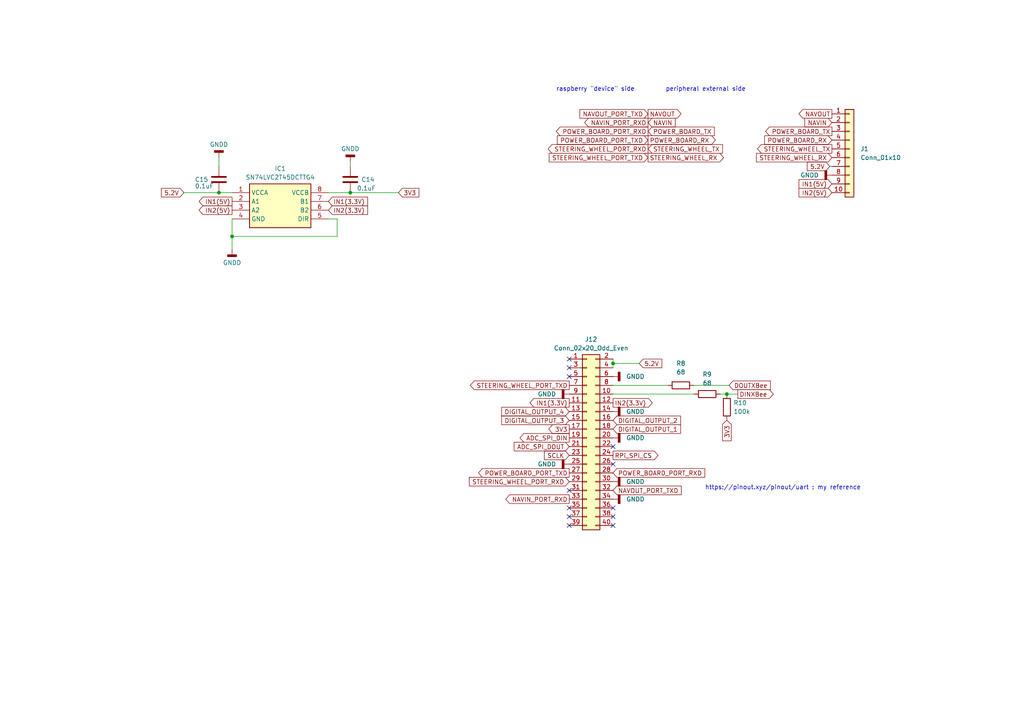
<source format=kicad_sch>
(kicad_sch (version 20230121) (generator eeschema)
  (paper "A4")
  (lib_symbols
    (symbol "Connector_Generic:Conn_01x10" (pin_names (offset 1.016) hide)
      (property "Reference" "J" (at 0 12.7 0))
      (property "Value" "Conn_01x10" (at 0 -15.24 0))
      (symbol "Conn_01x10_1_1"
        (rectangle (start -1.27 -12.573) (end 0 -12.827) (stroke (width 0.1524)))
        (rectangle (start -1.27 -10.033) (end 0 -10.287) (stroke (width 0.1524)))
        (rectangle (start -1.27 -7.493) (end 0 -7.747) (stroke (width 0.1524)))
        (rectangle (start -1.27 -4.953) (end 0 -5.207) (stroke (width 0.1524)))
        (rectangle (start -1.27 -2.413) (end 0 -2.667) (stroke (width 0.1524)))
        (rectangle (start -1.27 0.127) (end 0 -0.127) (stroke (width 0.1524)))
        (rectangle (start -1.27 2.667) (end 0 2.413) (stroke (width 0.1524)))
        (rectangle (start -1.27 5.207) (end 0 4.953) (stroke (width 0.1524)))
        (rectangle (start -1.27 7.747) (end 0 7.493) (stroke (width 0.1524)))
        (rectangle (start -1.27 10.287) (end 0 10.033) (stroke (width 0.1524)))
        (rectangle (start -1.27 11.43) (end 1.27 -13.97) (stroke (width 0.254)) (fill (type background)))
        (pin passive line (at -5.08 10.16 0) (length 3.81) (name "Pin_1") (number "1"))
        (pin passive line (at -5.08 -12.7 0) (length 3.81) (name "Pin_10") (number "10"))
        (pin passive line (at -5.08 7.62 0) (length 3.81) (name "Pin_2") (number "2"))
        (pin passive line (at -5.08 5.08 0) (length 3.81) (name "Pin_3") (number "3"))
        (pin passive line (at -5.08 2.54 0) (length 3.81) (name "Pin_4") (number "4"))
        (pin passive line (at -5.08 0 0) (length 3.81) (name "Pin_5") (number "5"))
        (pin passive line (at -5.08 -2.54 0) (length 3.81) (name "Pin_6") (number "6"))
        (pin passive line (at -5.08 -5.08 0) (length 3.81) (name "Pin_7") (number "7"))
        (pin passive line (at -5.08 -7.62 0) (length 3.81) (name "Pin_8") (number "8"))
        (pin passive line (at -5.08 -10.16 0) (length 3.81) (name "Pin_9") (number "9"))
      )
    )
    (symbol "Connector_Generic:Conn_02x20_Odd_Even" (pin_names (offset 1.016) hide)
      (property "Reference" "J" (at 1.27 25.4 0))
      (property "Value" "Conn_02x20_Odd_Even" (at 1.27 -27.94 0))
      (symbol "Conn_02x20_Odd_Even_1_1"
        (rectangle (start -1.27 -25.273) (end 0 -25.527) (stroke (width 0.1524)))
        (rectangle (start -1.27 -22.733) (end 0 -22.987) (stroke (width 0.1524)))
        (rectangle (start -1.27 -20.193) (end 0 -20.447) (stroke (width 0.1524)))
        (rectangle (start -1.27 -17.653) (end 0 -17.907) (stroke (width 0.1524)))
        (rectangle (start -1.27 -15.113) (end 0 -15.367) (stroke (width 0.1524)))
        (rectangle (start -1.27 -12.573) (end 0 -12.827) (stroke (width 0.1524)))
        (rectangle (start -1.27 -10.033) (end 0 -10.287) (stroke (width 0.1524)))
        (rectangle (start -1.27 -7.493) (end 0 -7.747) (stroke (width 0.1524)))
        (rectangle (start -1.27 -4.953) (end 0 -5.207) (stroke (width 0.1524)))
        (rectangle (start -1.27 -2.413) (end 0 -2.667) (stroke (width 0.1524)))
        (rectangle (start -1.27 0.127) (end 0 -0.127) (stroke (width 0.1524)))
        (rectangle (start -1.27 2.667) (end 0 2.413) (stroke (width 0.1524)))
        (rectangle (start -1.27 5.207) (end 0 4.953) (stroke (width 0.1524)))
        (rectangle (start -1.27 7.747) (end 0 7.493) (stroke (width 0.1524)))
        (rectangle (start -1.27 10.287) (end 0 10.033) (stroke (width 0.1524)))
        (rectangle (start -1.27 12.827) (end 0 12.573) (stroke (width 0.1524)))
        (rectangle (start -1.27 15.367) (end 0 15.113) (stroke (width 0.1524)))
        (rectangle (start -1.27 17.907) (end 0 17.653) (stroke (width 0.1524)))
        (rectangle (start -1.27 20.447) (end 0 20.193) (stroke (width 0.1524)))
        (rectangle (start -1.27 22.987) (end 0 22.733) (stroke (width 0.1524)))
        (rectangle (start -1.27 24.13) (end 3.81 -26.67) (stroke (width 0.254)) (fill (type background)))
        (rectangle (start 3.81 -25.273) (end 2.54 -25.527) (stroke (width 0.1524)))
        (rectangle (start 3.81 -22.733) (end 2.54 -22.987) (stroke (width 0.1524)))
        (rectangle (start 3.81 -20.193) (end 2.54 -20.447) (stroke (width 0.1524)))
        (rectangle (start 3.81 -17.653) (end 2.54 -17.907) (stroke (width 0.1524)))
        (rectangle (start 3.81 -15.113) (end 2.54 -15.367) (stroke (width 0.1524)))
        (rectangle (start 3.81 -12.573) (end 2.54 -12.827) (stroke (width 0.1524)))
        (rectangle (start 3.81 -10.033) (end 2.54 -10.287) (stroke (width 0.1524)))
        (rectangle (start 3.81 -7.493) (end 2.54 -7.747) (stroke (width 0.1524)))
        (rectangle (start 3.81 -4.953) (end 2.54 -5.207) (stroke (width 0.1524)))
        (rectangle (start 3.81 -2.413) (end 2.54 -2.667) (stroke (width 0.1524)))
        (rectangle (start 3.81 0.127) (end 2.54 -0.127) (stroke (width 0.1524)))
        (rectangle (start 3.81 2.667) (end 2.54 2.413) (stroke (width 0.1524)))
        (rectangle (start 3.81 5.207) (end 2.54 4.953) (stroke (width 0.1524)))
        (rectangle (start 3.81 7.747) (end 2.54 7.493) (stroke (width 0.1524)))
        (rectangle (start 3.81 10.287) (end 2.54 10.033) (stroke (width 0.1524)))
        (rectangle (start 3.81 12.827) (end 2.54 12.573) (stroke (width 0.1524)))
        (rectangle (start 3.81 15.367) (end 2.54 15.113) (stroke (width 0.1524)))
        (rectangle (start 3.81 17.907) (end 2.54 17.653) (stroke (width 0.1524)))
        (rectangle (start 3.81 20.447) (end 2.54 20.193) (stroke (width 0.1524)))
        (rectangle (start 3.81 22.987) (end 2.54 22.733) (stroke (width 0.1524)))
        (pin passive line (at -5.08 22.86 0) (length 3.81) (name "Pin_1") (number "1"))
        (pin passive line (at 7.62 12.7 180) (length 3.81) (name "Pin_10") (number "10"))
        (pin passive line (at -5.08 10.16 0) (length 3.81) (name "Pin_11") (number "11"))
        (pin passive line (at 7.62 10.16 180) (length 3.81) (name "Pin_12") (number "12"))
        (pin passive line (at -5.08 7.62 0) (length 3.81) (name "Pin_13") (number "13"))
        (pin passive line (at 7.62 7.62 180) (length 3.81) (name "Pin_14") (number "14"))
        (pin passive line (at -5.08 5.08 0) (length 3.81) (name "Pin_15") (number "15"))
        (pin passive line (at 7.62 5.08 180) (length 3.81) (name "Pin_16") (number "16"))
        (pin passive line (at -5.08 2.54 0) (length 3.81) (name "Pin_17") (number "17"))
        (pin passive line (at 7.62 2.54 180) (length 3.81) (name "Pin_18") (number "18"))
        (pin passive line (at -5.08 0 0) (length 3.81) (name "Pin_19") (number "19"))
        (pin passive line (at 7.62 22.86 180) (length 3.81) (name "Pin_2") (number "2"))
        (pin passive line (at 7.62 0 180) (length 3.81) (name "Pin_20") (number "20"))
        (pin passive line (at -5.08 -2.54 0) (length 3.81) (name "Pin_21") (number "21"))
        (pin passive line (at 7.62 -2.54 180) (length 3.81) (name "Pin_22") (number "22"))
        (pin passive line (at -5.08 -5.08 0) (length 3.81) (name "Pin_23") (number "23"))
        (pin passive line (at 7.62 -5.08 180) (length 3.81) (name "Pin_24") (number "24"))
        (pin passive line (at -5.08 -7.62 0) (length 3.81) (name "Pin_25") (number "25"))
        (pin passive line (at 7.62 -7.62 180) (length 3.81) (name "Pin_26") (number "26"))
        (pin passive line (at -5.08 -10.16 0) (length 3.81) (name "Pin_27") (number "27"))
        (pin passive line (at 7.62 -10.16 180) (length 3.81) (name "Pin_28") (number "28"))
        (pin passive line (at -5.08 -12.7 0) (length 3.81) (name "Pin_29") (number "29"))
        (pin passive line (at -5.08 20.32 0) (length 3.81) (name "Pin_3") (number "3"))
        (pin passive line (at 7.62 -12.7 180) (length 3.81) (name "Pin_30") (number "30"))
        (pin passive line (at -5.08 -15.24 0) (length 3.81) (name "Pin_31") (number "31"))
        (pin passive line (at 7.62 -15.24 180) (length 3.81) (name "Pin_32") (number "32"))
        (pin passive line (at -5.08 -17.78 0) (length 3.81) (name "Pin_33") (number "33"))
        (pin passive line (at 7.62 -17.78 180) (length 3.81) (name "Pin_34") (number "34"))
        (pin passive line (at -5.08 -20.32 0) (length 3.81) (name "Pin_35") (number "35"))
        (pin passive line (at 7.62 -20.32 180) (length 3.81) (name "Pin_36") (number "36"))
        (pin passive line (at -5.08 -22.86 0) (length 3.81) (name "Pin_37") (number "37"))
        (pin passive line (at 7.62 -22.86 180) (length 3.81) (name "Pin_38") (number "38"))
        (pin passive line (at -5.08 -25.4 0) (length 3.81) (name "Pin_39") (number "39"))
        (pin passive line (at 7.62 20.32 180) (length 3.81) (name "Pin_4") (number "4"))
        (pin passive line (at 7.62 -25.4 180) (length 3.81) (name "Pin_40") (number "40"))
        (pin passive line (at -5.08 17.78 0) (length 3.81) (name "Pin_5") (number "5"))
        (pin passive line (at 7.62 17.78 180) (length 3.81) (name "Pin_6") (number "6"))
        (pin passive line (at -5.08 15.24 0) (length 3.81) (name "Pin_7") (number "7"))
        (pin passive line (at 7.62 15.24 180) (length 3.81) (name "Pin_8") (number "8"))
        (pin passive line (at -5.08 12.7 0) (length 3.81) (name "Pin_9") (number "9"))
      )
    )
    (symbol "Device:C" (pin_numbers hide) (pin_names (offset 0.254))
      (property "Reference" "C" (at 0.635 2.54 0))
      (property "Value" "C" (at 0.635 -2.54 0))
      (symbol "C_0_1"
        (polyline (pts (xy -2.032 -0.762) (xy 2.032 -0.762)) (stroke (width 0.508)))
        (polyline (pts (xy -2.032 0.762) (xy 2.032 0.762)) (stroke (width 0.508)))
      )
      (symbol "C_1_1"
        (pin passive line (at 0 3.81 270) (length 2.794) (name "~") (number "1"))
        (pin passive line (at 0 -3.81 90) (length 2.794) (name "~") (number "2"))
      )
    )
    (symbol "Device:R" (pin_numbers hide) (pin_names (offset 0))
      (property "Reference" "R" (at 2.032 0 90))
      (property "Value" "R" (at 0 0 90))
      (symbol "R_0_1"
        (rectangle (start -1.016 -2.54) (end 1.016 2.54) (stroke (width 0.254)))
      )
      (symbol "R_1_1"
        (pin passive line (at 0 3.81 270) (length 1.27) (name "~") (number "1"))
        (pin passive line (at 0 -3.81 90) (length 1.27) (name "~") (number "2"))
      )
    )
    (symbol "Logic_LevelTranslator:SN74LVC2T45DCTTG4"
      (property "Reference" "IC" (at 24.13 7.62 0))
      (property "Value" "SN74LVC2T45DCTTG4" (at 24.13 5.08 0))
      (symbol "SN74LVC2T45DCTTG4_1_1"
        (rectangle (start 5.08 2.54) (end 22.86 -10.16) (stroke (width 0.254)) (fill (type background)))
        (pin passive line (at 0 0 0) (length 5.08) (name "VCCA") (number "1"))
        (pin passive line (at 0 -2.54 0) (length 5.08) (name "A1") (number "2"))
        (pin passive line (at 0 -5.08 0) (length 5.08) (name "A2") (number "3"))
        (pin passive line (at 0 -7.62 0) (length 5.08) (name "GND") (number "4"))
        (pin passive line (at 27.94 -7.62 180) (length 5.08) (name "DIR") (number "5"))
        (pin passive line (at 27.94 -5.08 180) (length 5.08) (name "B2") (number "6"))
        (pin passive line (at 27.94 -2.54 180) (length 5.08) (name "B1") (number "7"))
        (pin passive line (at 27.94 0 180) (length 5.08) (name "VCCB") (number "8"))
      )
    )
    (symbol "power:GNDD" (power) (pin_names (offset 0))
      (property "Value" "GNDD" (at 0 -3.175 0))
      (symbol "GNDD_0_1"
        (rectangle (start -1.27 -1.524) (end 1.27 -2.032) (stroke (width 0.254)) (fill (type outline)))
        (polyline (pts (xy 0 0) (xy 0 -1.524)))
      )
      (symbol "GNDD_1_1"
        (pin power_in line (at 0 0 270) (length 0) hide (name "GNDD") (number "1"))
      )
    )
  )
  (junction (at 101.6 55.88))
  (junction (at 177.8 105.41))
  (junction (at 63.5 55.88))
  (junction (at 67.31 68.58))
  (junction (at 210.82 114.3))
  (no_connect (at 177.8 129.54))
  (no_connect (at 177.8 147.32))
  (no_connect (at 177.8 152.4))
  (no_connect (at 177.8 149.86))
  (no_connect (at 165.1 149.86))
  (no_connect (at 165.1 104.14))
  (no_connect (at 165.1 152.4))
  (no_connect (at 165.1 142.24))
  (no_connect (at 165.1 147.32))
  (no_connect (at 165.1 106.68))
  (no_connect (at 177.8 134.62))
  (no_connect (at 165.1 109.22))
  (wire (pts (xy 177.8 105.41) (xy 185.42 105.41)))
  (wire (pts (xy 67.31 68.58) (xy 67.31 72.39)))
  (wire (pts (xy 67.31 63.5) (xy 67.31 68.58)))
  (wire (pts (xy 201.295 114.3) (xy 177.8 114.3)))
  (wire (pts (xy 177.8 104.14) (xy 177.8 105.41)))
  (wire (pts (xy 177.8 105.41) (xy 177.8 106.68)))
  (wire (pts (xy 210.82 114.3) (xy 208.915 114.3)))
  (wire (pts (xy 213.995 114.3) (xy 210.82 114.3)))
  (wire (pts (xy 63.5 48.26) (xy 63.5 45.72)))
  (wire (pts (xy 211.455 111.76) (xy 201.295 111.76)))
  (wire (pts (xy 101.6 48.26) (xy 101.6 46.99)))
  (wire (pts (xy 53.34 55.88) (xy 63.5 55.88)))
  (wire (pts (xy 97.79 63.5) (xy 97.79 68.58)))
  (wire (pts (xy 101.6 55.88) (xy 115.57 55.88)))
  (wire (pts (xy 95.25 63.5) (xy 97.79 63.5)))
  (wire (pts (xy 193.675 111.76) (xy 177.8 111.76)))
  (wire (pts (xy 241.3 48.26) (xy 240.665 48.26)))
  (wire (pts (xy 63.5 55.88) (xy 67.31 55.88)))
  (wire (pts (xy 95.25 55.88) (xy 101.6 55.88)))
  (wire (pts (xy 97.79 68.58) (xy 67.31 68.58)))
  (text "goes to nothing?" (at 316.23 99.06 0) (effects (font (size 1.27 1.27)) (justify left bottom)))
  (text "https://pinout.xyz/pinout/uart : my reference" (at 204.47 142.24 0) (effects (font (size 1.27 1.27)) (justify left bottom)))
  (text "peripheral external side" (at 193.04 26.67 0) (effects (font (size 1.27 1.27)) (justify left bottom)))
  (text "raspberry \"device\" side" (at 161.29 26.67 0) (effects (font (size 1.27 1.27)) (justify left bottom)))
  (global_label "DIGITAL_OUTPUT_4" (shape input) (at 165.1 119.38 180) (property "Intersheetrefs" "${INTERSHEET_REFS}" (effects hide)))
  (global_label "IN2(5V)" (shape output) (at 67.31 60.96 180) (property "Intersheetrefs" "${INTERSHEET_REFS}" (effects hide)))
  (global_label "NAVOUT" (shape output) (at 241.3 33.02 180) (property "Intersheetrefs" "${INTERSHEET_REFS}" (effects hide)))
  (global_label "DINXBee" (shape output) (at 213.995 114.3 0) (property "Intersheetrefs" "${INTERSHEET_REFS}" (effects hide)))
  (global_label "POWER_BOARD_RX" (shape input) (at 241.3 40.64 180) (property "Intersheetrefs" "${INTERSHEET_REFS}" (effects hide)))
  (global_label "3V3" (shape output) (at 165.1 124.46 180) (property "Intersheetrefs" "${INTERSHEET_REFS}" (effects hide)))
  (global_label "IN2(5V)" (shape input) (at 241.3 55.88 180) (property "Intersheetrefs" "${INTERSHEET_REFS}" (effects hide)))
  (global_label "IN1(3.3V)" (shape output) (at 165.1 116.84 180) (property "Intersheetrefs" "${INTERSHEET_REFS}" (effects hide)))
  (global_label "DIGITAL_OUTPUT_3" (shape input) (at 165.1 121.92 180) (property "Intersheetrefs" "${INTERSHEET_REFS}" (effects hide)))
  (global_label "RPi_SPI_CS" (shape output) (at 177.8 132.08 0) (property "Intersheetrefs" "${INTERSHEET_REFS}" (effects hide)))
  (global_label "NAVIN_PORT_RXD" (shape output) (at 187.96 35.56 180) (property "Intersheetrefs" "${INTERSHEET_REFS}" (effects hide)))
  (global_label "POWER_BOARD_PORT_TXD" (shape input) (at 187.96 40.64 180) (property "Intersheetrefs" "${INTERSHEET_REFS}" (effects hide)))
  (global_label "STEERING_WHEEL_PORT_TXD" (shape input) (at 187.96 45.72 180) (property "Intersheetrefs" "${INTERSHEET_REFS}" (effects hide)))
  (global_label "STEERING_WHEEL_PORT_RXD" (shape output) (at 187.96 43.18 180) (property "Intersheetrefs" "${INTERSHEET_REFS}" (effects hide)))
  (global_label "IN1(5V)" (shape output) (at 67.31 58.42 180) (property "Intersheetrefs" "${INTERSHEET_REFS}" (effects hide)))
  (global_label "STEERING_WHEEL_TX" (shape input) (at 187.96 43.18 0) (property "Intersheetrefs" "${INTERSHEET_REFS}" (effects hide)))
  (global_label "NAVIN" (shape input) (at 241.3 35.56 180) (property "Intersheetrefs" "${INTERSHEET_REFS}" (effects hide)))
  (global_label "STEERING_WHEEL_RX" (shape output) (at 187.96 45.72 0) (property "Intersheetrefs" "${INTERSHEET_REFS}" (effects hide)))
  (global_label "NAVIN_PORT_RXD" (shape output) (at 165.1 144.78 180) (property "Intersheetrefs" "${INTERSHEET_REFS}" (effects hide)))
  (global_label "IN2(3.3V)" (shape output) (at 177.8 116.84 0) (property "Intersheetrefs" "${INTERSHEET_REFS}" (effects hide)))
  (global_label "5.2V" (shape input) (at 53.34 55.88 180) (property "Intersheetrefs" "${INTERSHEET_REFS}" (effects hide)))
  (global_label "3V3" (shape input) (at 210.82 121.92 270) (property "Intersheetrefs" "${INTERSHEET_REFS}" (effects hide)))
  (global_label "STEERING_WHEEL_TX" (shape output) (at 241.3 43.18 180) (property "Intersheetrefs" "${INTERSHEET_REFS}" (effects hide)))
  (global_label "IN2(3.3V)" (shape input) (at 95.25 60.96 0) (property "Intersheetrefs" "${INTERSHEET_REFS}" (effects hide)))
  (global_label "DIGITAL_OUTPUT_2" (shape input) (at 177.8 121.92 0) (property "Intersheetrefs" "${INTERSHEET_REFS}" (effects hide)))
  (global_label "ADC_SPI_DOUT" (shape input) (at 165.1 129.54 180) (property "Intersheetrefs" "${INTERSHEET_REFS}" (effects hide)))
  (global_label "3V3" (shape input) (at 115.57 55.88 0) (property "Intersheetrefs" "${INTERSHEET_REFS}" (effects hide)))
  (global_label "POWER_BOARD_PORT_TXD" (shape output) (at 165.1 137.16 180) (property "Intersheetrefs" "${INTERSHEET_REFS}" (effects hide)))
  (global_label "5.2V" (shape input) (at 185.42 105.41 0) (property "Intersheetrefs" "${INTERSHEET_REFS}" (effects hide)))
  (global_label "NAVOUT" (shape output) (at 187.96 33.02 0) (property "Intersheetrefs" "${INTERSHEET_REFS}" (effects hide)))
  (global_label "STEERING_WHEEL_PORT_RXD" (shape input) (at 165.1 139.7 180) (property "Intersheetrefs" "${INTERSHEET_REFS}" (effects hide)))
  (global_label "DOUTXBee" (shape input) (at 211.455 111.76 0) (property "Intersheetrefs" "${INTERSHEET_REFS}" (effects hide)))
  (global_label "ADC_SPI_DIN" (shape output) (at 165.1 127 180) (property "Intersheetrefs" "${INTERSHEET_REFS}" (effects hide)))
  (global_label "5.2V" (shape input) (at 240.665 48.26 180) (property "Intersheetrefs" "${INTERSHEET_REFS}" (effects hide)))
  (global_label "NAVIN" (shape input) (at 187.96 35.56 0) (property "Intersheetrefs" "${INTERSHEET_REFS}" (effects hide)))
  (global_label "SCLK" (shape input) (at 165.1 132.08 180) (property "Intersheetrefs" "${INTERSHEET_REFS}" (effects hide)))
  (global_label "POWER_BOARD_PORT_RXD" (shape input) (at 177.8 137.16 0) (property "Intersheetrefs" "${INTERSHEET_REFS}" (effects hide)))
  (global_label "IN1(3.3V)" (shape input) (at 95.25 58.42 0) (property "Intersheetrefs" "${INTERSHEET_REFS}" (effects hide)))
  (global_label "STEERING_WHEEL_PORT_TXD" (shape output) (at 165.1 111.76 180) (property "Intersheetrefs" "${INTERSHEET_REFS}" (effects hide)))
  (global_label "POWER_BOARD_TX" (shape input) (at 187.96 38.1 0) (property "Intersheetrefs" "${INTERSHEET_REFS}" (effects hide)))
  (global_label "POWER_BOARD_PORT_RXD" (shape output) (at 187.96 38.1 180) (property "Intersheetrefs" "${INTERSHEET_REFS}" (effects hide)))
  (global_label "NAVOUT_PORT_TXD" (shape input) (at 187.96 33.02 180) (property "Intersheetrefs" "${INTERSHEET_REFS}" (effects hide)))
  (global_label "STEERING_WHEEL_RX" (shape input) (at 241.3 45.72 180) (property "Intersheetrefs" "${INTERSHEET_REFS}" (effects hide)))
  (global_label "DIGITAL_OUTPUT_1" (shape input) (at 177.8 124.46 0) (property "Intersheetrefs" "${INTERSHEET_REFS}" (effects hide)))
  (global_label "POWER_BOARD_RX" (shape output) (at 187.96 40.64 0) (property "Intersheetrefs" "${INTERSHEET_REFS}" (effects hide)))
  (global_label "IN1(5V)" (shape input) (at 241.3 53.34 180) (property "Intersheetrefs" "${INTERSHEET_REFS}" (effects hide)))
  (global_label "NAVOUT_PORT_TXD" (shape input) (at 177.8 142.24 0) (property "Intersheetrefs" "${INTERSHEET_REFS}" (effects hide)))
  (global_label "POWER_BOARD_TX" (shape output) (at 241.3 38.1 180) (property "Intersheetrefs" "${INTERSHEET_REFS}" (effects hide)))
  (symbol (lib_id "power:GNDD") (at 241.3 50.8 270) (unit 1)
    (property "Reference" "#PWR015" (effects hide))
    (property "Value" "GNDD" (at 237.49 50.8 90) (effects (justify right)))
  )
  (symbol (lib_id "Connector_Generic:Conn_01x10") (at 246.38 43.18 0) (unit 1)
    (property "Reference" "J1" (at 249.555 43.18 0) (effects (justify left)))
    (property "Value" "Conn_01x10" (at 249.555 45.72 0) (effects (justify left)))
    (property "Footprint" "21xt_footprints:908160010" (effects hide))
  )
  (symbol (lib_id "Logic_LevelTranslator:SN74LVC2T45DCTTG4") (at 67.31 55.88 0) (unit 1)
    (property "Reference" "IC1" (at 81.28 48.895 0))
    (property "Value" "SN74LVC2T45DCTTG4" (at 81.28 51.435 0))
    (property "Footprint" "Package_SO:VSSOP-8_2.4x2.1mm_P0.5mm" (effects hide))
    (property "Datasheet" "https://www.ti.com/lit/gpn/sn74lvc2t45" (effects hide))
    (property "Height" "1.3" (effects hide))
    (property "Mouser Part Number" "595-N74LVC2T45DCTTG4" (effects hide))
    (property "Mouser Price/Stock" "https://www.mouser.co.uk/ProductDetail/Texas-Instruments/SN74LVC2T45DCTTG4?qs=XGzIaZb%2FFYLbZIU5ydXfng%3D%3D" (effects hide))
    (property "Manufacturer_Name" "Texas Instruments" (effects hide))
    (property "Manufacturer_Part_Number" "SN74LVC2T45DCTTG4" (effects hide))
  )
  (symbol (lib_id "power:GNDD") (at 177.8 109.22 90) (unit 1)
    (property "Reference" "#PWR056" (effects hide))
    (property "Value" "GNDD" (at 181.61 109.22 90) (effects (justify right)))
  )
  (symbol (lib_id "power:GNDD") (at 67.31 72.39 0) (unit 1)
    (property "Reference" "#PWR013" (effects hide))
    (property "Value" "GNDD" (at 67.31 76.2 0))
  )
  (symbol (lib_id "power:GNDD") (at 165.1 114.3 270) (unit 1)
    (property "Reference" "#PWR057" (effects hide))
    (property "Value" "GNDD" (at 161.29 114.3 90) (effects (justify right)))
  )
  (symbol (lib_id "Connector_Generic:Conn_02x20_Odd_Even") (at 170.18 127 0) (unit 1)
    (property "Reference" "J12" (at 171.45 98.425 0))
    (property "Value" "Conn_02x20_Odd_Even" (at 171.45 100.965 0))
    (property "Footprint" "Connector_PinHeader_2.54mm:PinHeader_2x20_P2.54mm_Vertical" (effects hide))
    (instances (project "mainbox1.0" (path "" (reference "J12") (unit 1))) (project "mainbox2.0" (path "" (reference "J10") (unit 1))))
  )
  (symbol (lib_id "power:GNDD") (at 177.8 139.7 90) (unit 1)
    (property "Reference" "#PWR058" (effects hide))
    (property "Value" "GNDD" (at 181.61 139.7 90) (effects (justify right)))
  )
  (symbol (lib_id "power:GNDD") (at 177.8 127 90) (unit 1)
    (property "Reference" "#PWR040" (effects hide))
    (property "Value" "GNDD" (at 181.61 127 90) (effects (justify right)))
  )
  (symbol (lib_id "power:GNDD") (at 63.5 45.72 180) (unit 1)
    (property "Reference" "#PWR02" (effects hide))
    (property "Value" "GNDD" (at 63.5 41.91 0))
  )
  (symbol (lib_id "Device:R") (at 205.105 114.3 270) (unit 1)
    (property "Reference" "R9" (at 205.105 108.585 90))
    (property "Value" "68" (at 205.105 111.125 90))
    (property "Footprint" "Resistor_SMD:R_0402_1005Metric" (effects hide))
    (instances (project "mainbox1.0" (path "" (reference "R9") (unit 1))) (project "mainbox2.0" (path "" (reference "R6") (unit 1))) (project "Mainboard_priv" (path "" (reference "R4") (unit 1))))
  )
  (symbol (lib_id "power:GNDD") (at 101.6 46.99 180) (unit 1)
    (property "Reference" "#PWR03" (effects hide))
    (property "Value" "GNDD" (at 101.6 43.18 0))
  )
  (symbol (lib_id "power:GNDD") (at 177.8 144.78 90) (unit 1)
    (property "Reference" "#PWR060" (effects hide))
    (property "Value" "GNDD" (at 181.61 144.78 90) (effects (justify right)))
  )
  (symbol (lib_id "Device:C") (at 101.6 52.07 0) (unit 1)
    (property "Reference" "C14" (at 104.775 52.07 0) (effects (justify left)))
    (property "Value" "0.1uF" (at 103.505 54.61 0) (effects (justify left)))
    (property "Footprint" "Capacitor_SMD:C_0402_1005Metric" (effects hide))
  )
  (symbol (lib_id "Device:C") (at 63.5 52.07 0) (unit 1)
    (property "Reference" "C15" (at 56.515 52.07 0) (effects (justify left)))
    (property "Value" "0.1uF" (at 56.515 53.975 0) (effects (justify left)))
    (property "Footprint" "Capacitor_SMD:C_0402_1005Metric" (effects hide))
  )
  (symbol (lib_id "power:GNDD") (at 165.1 134.62 270) (unit 1)
    (property "Reference" "#PWR061" (effects hide))
    (property "Value" "GNDD" (at 161.29 134.62 90) (effects (justify right)))
  )
  (symbol (lib_id "Device:R") (at 197.485 111.76 90) (unit 1)
    (property "Reference" "R8" (at 197.485 105.41 90))
    (property "Value" "68" (at 197.485 107.95 90))
    (property "Footprint" "Resistor_SMD:R_0402_1005Metric" (effects hide))
    (instances (project "mainbox1.0" (path "" (reference "R8") (unit 1))) (project "mainbox2.0" (path "" (reference "R5") (unit 1))) (project "Mainboard_priv" (path "" (reference "R1") (unit 1))))
  )
  (symbol (lib_id "Device:R") (at 210.82 118.11 0) (unit 1)
    (property "Reference" "R10" (at 212.725 116.84 0) (effects (justify left)))
    (property "Value" "100k" (at 212.725 119.38 0) (effects (justify left)))
    (property "Footprint" "Resistor_SMD:R_0402_1005Metric" (effects hide))
    (instances (project "mainbox1.0" (path "" (reference "R10") (unit 1))) (project "mainbox2.0" (path "" (reference "R7") (unit 1))) (project "Mainboard_priv" (path "" (reference "R3") (unit 1))))
  )
  (symbol (lib_id "power:GNDD") (at 177.8 119.38 90) (unit 1)
    (property "Reference" "#PWR037" (effects hide))
    (property "Value" "GNDD" (at 181.61 119.38 90) (effects (justify right)))
  )
)
</source>
